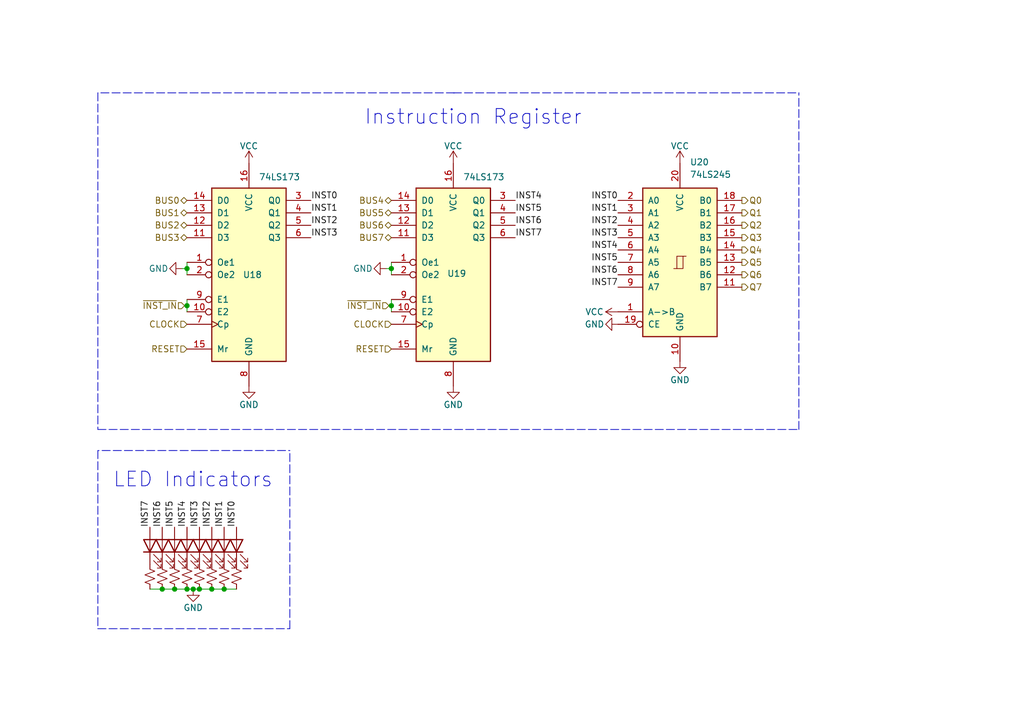
<source format=kicad_sch>
(kicad_sch (version 20211123) (generator eeschema)
  (paper "A5")
  (lib_symbols
    (symbol "74xx:74LS173" (pin_names (offset 1.016))
      (property "Reference" "U" (at -7.62 19.05 0))
      (property "Value" "74LS173" (at -7.62 -19.05 0))
      (symbol "74LS173_1_0"
        (pin input inverted (at -12.7 2.54 0) (length 5.08) (name "Oe1") (number "1"))
        (pin input inverted (at -12.7 -7.62 0) (length 5.08) (name "E2") (number "10"))
        (pin input line (at -12.7 7.62 0) (length 5.08) (name "D3") (number "11"))
        (pin input line (at -12.7 10.16 0) (length 5.08) (name "D2") (number "12"))
        (pin input line (at -12.7 12.7 0) (length 5.08) (name "D1") (number "13"))
        (pin input line (at -12.7 15.24 0) (length 5.08) (name "D0") (number "14"))
        (pin input line (at -12.7 -15.24 0) (length 5.08) (name "Mr") (number "15"))
        (pin power_in line (at 0 22.86 270) (length 5.08) (name "VCC") (number "16"))
        (pin input inverted (at -12.7 0 0) (length 5.08) (name "Oe2") (number "2"))
        (pin tri_state line (at 12.7 15.24 180) (length 5.08) (name "Q0") (number "3"))
        (pin tri_state line (at 12.7 12.7 180) (length 5.08) (name "Q1") (number "4"))
        (pin tri_state line (at 12.7 10.16 180) (length 5.08) (name "Q2") (number "5"))
        (pin tri_state line (at 12.7 7.62 180) (length 5.08) (name "Q3") (number "6"))
        (pin input clock (at -12.7 -10.16 0) (length 5.08) (name "Cp") (number "7"))
        (pin power_in line (at 0 -22.86 90) (length 5.08) (name "GND") (number "8"))
        (pin input inverted (at -12.7 -5.08 0) (length 5.08) (name "E1") (number "9"))
      )
      (symbol "74LS173_1_1"
        (rectangle (start -7.62 17.78) (end 7.62 -17.78) (stroke (width 0.254)) (fill (type background)))
      )
    )
    (symbol "74xx:74LS245" (pin_names (offset 1.016))
      (property "Reference" "U" (at -7.62 16.51 0))
      (property "Value" "74LS245" (at -7.62 -16.51 0))
      (symbol "74LS245_1_0"
        (polyline (pts (xy -0.635 -1.27) (xy -0.635 1.27) (xy 0.635 1.27)))
        (polyline (pts (xy -1.27 -1.27) (xy 0.635 -1.27) (xy 0.635 1.27) (xy 1.27 1.27)))
        (pin input line (at -12.7 -10.16 0) (length 5.08) (name "A->B") (number "1"))
        (pin power_in line (at 0 -20.32 90) (length 5.08) (name "GND") (number "10"))
        (pin tri_state line (at 12.7 -5.08 180) (length 5.08) (name "B7") (number "11"))
        (pin tri_state line (at 12.7 -2.54 180) (length 5.08) (name "B6") (number "12"))
        (pin tri_state line (at 12.7 0 180) (length 5.08) (name "B5") (number "13"))
        (pin tri_state line (at 12.7 2.54 180) (length 5.08) (name "B4") (number "14"))
        (pin tri_state line (at 12.7 5.08 180) (length 5.08) (name "B3") (number "15"))
        (pin tri_state line (at 12.7 7.62 180) (length 5.08) (name "B2") (number "16"))
        (pin tri_state line (at 12.7 10.16 180) (length 5.08) (name "B1") (number "17"))
        (pin tri_state line (at 12.7 12.7 180) (length 5.08) (name "B0") (number "18"))
        (pin input inverted (at -12.7 -12.7 0) (length 5.08) (name "CE") (number "19"))
        (pin tri_state line (at -12.7 12.7 0) (length 5.08) (name "A0") (number "2"))
        (pin power_in line (at 0 20.32 270) (length 5.08) (name "VCC") (number "20"))
        (pin tri_state line (at -12.7 10.16 0) (length 5.08) (name "A1") (number "3"))
        (pin tri_state line (at -12.7 7.62 0) (length 5.08) (name "A2") (number "4"))
        (pin tri_state line (at -12.7 5.08 0) (length 5.08) (name "A3") (number "5"))
        (pin tri_state line (at -12.7 2.54 0) (length 5.08) (name "A4") (number "6"))
        (pin tri_state line (at -12.7 0 0) (length 5.08) (name "A5") (number "7"))
        (pin tri_state line (at -12.7 -2.54 0) (length 5.08) (name "A6") (number "8"))
        (pin tri_state line (at -12.7 -5.08 0) (length 5.08) (name "A7") (number "9"))
      )
      (symbol "74LS245_1_1"
        (rectangle (start -7.62 15.24) (end 7.62 -15.24) (stroke (width 0.254)) (fill (type background)))
      )
    )
    (symbol "Device:LED" (pin_numbers hide) (pin_names (offset 1.016) hide)
      (property "Reference" "D" (at 0 2.54 0))
      (property "Value" "LED" (at 0 -2.54 0))
      (symbol "LED_0_1"
        (polyline (pts (xy -1.27 -1.27) (xy -1.27 1.27)) (stroke (width 0.254)))
        (polyline (pts (xy -1.27 0) (xy 1.27 0)))
        (polyline (pts (xy 1.27 -1.27) (xy 1.27 1.27) (xy -1.27 0) (xy 1.27 -1.27)) (stroke (width 0.254)))
        (polyline (pts (xy -3.048 -0.762) (xy -4.572 -2.286) (xy -3.81 -2.286) (xy -4.572 -2.286) (xy -4.572 -1.524)))
        (polyline (pts (xy -1.778 -0.762) (xy -3.302 -2.286) (xy -2.54 -2.286) (xy -3.302 -2.286) (xy -3.302 -1.524)))
      )
      (symbol "LED_1_1"
        (pin passive line (at -3.81 0 0) (length 2.54) (name "K") (number "1"))
        (pin passive line (at 3.81 0 180) (length 2.54) (name "A") (number "2"))
      )
    )
    (symbol "Device:R_Small_US" (pin_numbers hide) (pin_names (offset 0.254) hide)
      (property "Reference" "R" (at 0.762 0.508 0))
      (property "Value" "R_Small_US" (at 0.762 -1.016 0))
      (symbol "R_Small_US_1_1"
        (polyline (pts (xy 0 0) (xy 1.016 -0.381) (xy 0 -0.762) (xy -1.016 -1.143) (xy 0 -1.524)))
        (polyline (pts (xy 0 1.524) (xy 1.016 1.143) (xy 0 0.762) (xy -1.016 0.381) (xy 0 0)))
        (pin passive line (at 0 2.54 270) (length 1.016) (name "~") (number "1"))
        (pin passive line (at 0 -2.54 90) (length 1.016) (name "~") (number "2"))
      )
    )
    (symbol "power:GND" (power) (pin_names (offset 0))
      (property "Value" "GND" (at 0 -3.81 0))
      (symbol "GND_0_1"
        (polyline (pts (xy 0 0) (xy 0 -1.27) (xy 1.27 -1.27) (xy 0 -2.54) (xy -1.27 -1.27) (xy 0 -1.27)))
      )
      (symbol "GND_1_1"
        (pin power_in line (at 0 0 270) (length 0) hide (name "GND") (number "1"))
      )
    )
    (symbol "power:VCC" (power) (pin_names (offset 0))
      (property "Value" "VCC" (at 0 3.81 0))
      (symbol "VCC_0_1"
        (polyline (pts (xy -0.762 1.27) (xy 0 2.54)))
        (polyline (pts (xy 0 0) (xy 0 2.54)))
        (polyline (pts (xy 0 2.54) (xy 0.762 1.27)))
      )
      (symbol "VCC_1_1"
        (pin power_in line (at 0 0 90) (length 0) hide (name "VCC") (number "1"))
      )
    )
  )
  (junction (at 43.434 120.904))
  (junction (at 35.814 120.904))
  (junction (at 45.974 120.904))
  (junction (at 38.354 55.118))
  (junction (at 39.624 120.904))
  (junction (at 38.354 62.738))
  (junction (at 33.274 120.904))
  (junction (at 40.894 120.904))
  (junction (at 38.354 120.904))
  (junction (at 80.264 55.118))
  (junction (at 80.264 62.738))
  (polyline (pts (xy 59.436 129.032) (xy 59.436 92.456)))
  (wire (pts (xy 35.814 120.904) (xy 38.354 120.904)))
  (wire (pts (xy 38.354 55.118) (xy 38.354 56.388)))
  (wire (pts (xy 80.264 61.468) (xy 80.264 62.738)))
  (wire (pts (xy 79.756 62.738) (xy 80.264 62.738)))
  (wire (pts (xy 38.354 62.738) (xy 38.354 64.008)))
  (wire (pts (xy 80.264 53.848) (xy 80.264 55.118)))
  (wire (pts (xy 30.734 120.904) (xy 33.274 120.904)))
  (wire (pts (xy 79.248 55.118) (xy 80.264 55.118)))
  (polyline (pts (xy 93.218 19.05) (xy 20.066 19.05)))
  (polyline (pts (xy 20.066 92.456) (xy 20.066 129.032)))
  (polyline (pts (xy 20.066 19.05) (xy 20.066 88.138)))
  (wire (pts (xy 80.264 62.738) (xy 80.264 64.008)))
  (polyline (pts (xy 40.894 92.456) (xy 59.436 92.456)))
  (wire (pts (xy 39.624 120.904) (xy 40.894 120.904)))
  (wire (pts (xy 45.974 120.904) (xy 48.514 120.904)))
  (wire (pts (xy 37.338 55.118) (xy 38.354 55.118)))
  (polyline (pts (xy 20.066 129.032) (xy 59.436 129.032)))
  (wire (pts (xy 33.274 120.904) (xy 35.814 120.904)))
  (wire (pts (xy 40.894 120.904) (xy 43.434 120.904)))
  (polyline (pts (xy 20.066 88.138) (xy 163.83 88.138)))
  (wire (pts (xy 38.354 61.468) (xy 38.354 62.738)))
  (wire (pts (xy 43.434 120.904) (xy 45.974 120.904)))
  (wire (pts (xy 37.846 62.738) (xy 38.354 62.738)))
  (polyline (pts (xy 40.894 92.456) (xy 20.066 92.456)))
  (polyline (pts (xy 163.83 88.138) (xy 163.83 19.05)))
  (wire (pts (xy 38.354 53.848) (xy 38.354 55.118)))
  (wire (pts (xy 38.354 120.904) (xy 39.624 120.904)))
  (wire (pts (xy 80.264 55.118) (xy 80.264 56.388)))
  (polyline (pts (xy 92.964 19.05) (xy 163.83 19.05)))
  (text "LED Indicators" (at 23.114 100.33 0) (effects (font (size 3 3)) (justify left bottom)))
  (text "Instruction Register" (at 74.676 25.908 0) (effects (font (size 3 3)) (justify left bottom)))
  (label "INST6" (at 105.664 46.228 0))
  (label "INST7" (at 30.734 108.204 90))
  (label "INST1" (at 45.974 108.204 90))
  (label "INST4" (at 126.746 51.308 180))
  (label "INST1" (at 126.746 43.688 180))
  (label "INST0" (at 126.746 41.148 180))
  (label "INST1" (at 63.754 43.688 0))
  (label "INST4" (at 105.664 41.148 0))
  (label "INST7" (at 105.664 48.768 0))
  (label "INST2" (at 63.754 46.228 0))
  (label "INST5" (at 126.746 53.848 180))
  (label "INST2" (at 43.434 108.204 90))
  (label "INST6" (at 33.274 108.204 90))
  (label "INST5" (at 35.814 108.204 90))
  (label "INST4" (at 38.354 108.204 90))
  (label "INST7" (at 126.746 58.928 180))
  (label "INST0" (at 63.754 41.148 0))
  (label "INST3" (at 63.754 48.768 0))
  (label "INST2" (at 126.746 46.228 180))
  (label "INST0" (at 48.514 108.204 90))
  (label "INST5" (at 105.664 43.688 0))
  (label "INST6" (at 126.746 56.388 180))
  (label "INST3" (at 40.894 108.204 90))
  (label "INST3" (at 126.746 48.768 180))
  (hierarchical_label "~{INST_IN}" (shape input) (at 37.846 62.738 180))
  (hierarchical_label "CLOCK" (shape input) (at 38.354 66.548 180))
  (hierarchical_label "BUS1" (shape tri_state) (at 38.354 43.688 180))
  (hierarchical_label "BUS4" (shape tri_state) (at 80.264 41.148 180))
  (hierarchical_label "CLOCK" (shape input) (at 80.264 66.548 180))
  (hierarchical_label "BUS3" (shape tri_state) (at 38.354 48.768 180))
  (hierarchical_label "BUS5" (shape tri_state) (at 80.264 43.688 180))
  (hierarchical_label "BUS6" (shape tri_state) (at 80.264 46.228 180))
  (hierarchical_label "Q6" (shape output) (at 152.146 56.388 0))
  (hierarchical_label "Q0" (shape output) (at 152.146 41.148 0))
  (hierarchical_label "BUS0" (shape tri_state) (at 38.354 41.148 180))
  (hierarchical_label "Q1" (shape output) (at 152.146 43.688 0))
  (hierarchical_label "Q4" (shape output) (at 152.146 51.308 0))
  (hierarchical_label "Q7" (shape output) (at 152.146 58.928 0))
  (hierarchical_label "BUS7" (shape tri_state) (at 80.264 48.768 180))
  (hierarchical_label "BUS2" (shape tri_state) (at 38.354 46.228 180))
  (hierarchical_label "RESET" (shape input) (at 80.264 71.628 180))
  (hierarchical_label "Q2" (shape output) (at 152.146 46.228 0))
  (hierarchical_label "~{INST_IN}" (shape input) (at 79.756 62.738 180))
  (hierarchical_label "RESET" (shape input) (at 38.354 71.628 180))
  (hierarchical_label "Q3" (shape output) (at 152.146 48.768 0))
  (hierarchical_label "Q5" (shape output) (at 152.146 53.848 0))
  (symbol (lib_id "Device:R_Small_US") (at 48.514 118.364 0) (unit 1)
    (property "Reference" "R44" (effects hide))
    (property "Value" "R_Small_US" (effects hide))
    (property "Footprint" "Resistor_SMD:R_0805_2012Metric" (effects hide))
  )
  (symbol (lib_id "Device:R_Small_US") (at 38.354 118.364 0) (unit 1)
    (property "Reference" "R40" (effects hide))
    (property "Value" "R_Small_US" (effects hide))
    (property "Footprint" "Resistor_SMD:R_0805_2012Metric" (effects hide))
  )
  (symbol (lib_id "Device:LED") (at 35.814 112.014 90) (unit 1)
    (property "Reference" "D39" (effects hide))
    (property "Value" "LED" (effects hide))
    (property "Footprint" "LED_SMD:LED_0805_2012Metric" (effects hide))
  )
  (symbol (lib_id "Device:R_Small_US") (at 30.734 118.364 0) (unit 1)
    (property "Reference" "R37" (effects hide))
    (property "Value" "R_Small_US" (effects hide))
    (property "Footprint" "Resistor_SMD:R_0805_2012Metric" (effects hide))
  )
  (symbol (lib_id "74xx:74LS173") (at 92.964 56.388 0) (unit 1)
    (property "Reference" "U19" (at 91.694 56.134 0) (effects (justify left)))
    (property "Value" "74LS173" (at 94.9834 36.322 0) (effects (justify left)))
    (property "Footprint" "Package_SO:TSSOP-16_4.4x5mm_P0.65mm" (effects hide))
    (property "Datasheet" "http://www.ti.com/lit/gpn/sn74LS173" (effects hide))
  )
  (symbol (lib_id "Device:LED") (at 48.514 112.014 90) (unit 1)
    (property "Reference" "D44" (effects hide))
    (property "Value" "LED" (effects hide))
    (property "Footprint" "LED_SMD:LED_0805_2012Metric" (effects hide))
  )
  (symbol (lib_id "power:GND") (at 37.338 55.118 270) (unit 1)
    (property "Reference" "#PWR066" (effects hide))
    (property "Value" "GND" (at 32.512 55.118 90))
  )
  (symbol (lib_id "Device:R_Small_US") (at 45.974 118.364 0) (unit 1)
    (property "Reference" "R43" (effects hide))
    (property "Value" "R_Small_US" (effects hide))
    (property "Footprint" "Resistor_SMD:R_0805_2012Metric" (effects hide))
  )
  (symbol (lib_id "power:VCC") (at 51.054 33.528 0) (unit 1)
    (property "Reference" "#PWR068" (effects hide))
    (property "Value" "VCC" (at 51.054 29.972 0))
  )
  (symbol (lib_id "power:GND") (at 51.054 79.248 0) (unit 1)
    (property "Reference" "#PWR069" (effects hide))
    (property "Value" "GND" (at 51.054 83.058 0))
  )
  (symbol (lib_id "Device:LED") (at 38.354 112.014 90) (unit 1)
    (property "Reference" "D40" (effects hide))
    (property "Value" "LED" (effects hide))
    (property "Footprint" "LED_SMD:LED_0805_2012Metric" (effects hide))
  )
  (symbol (lib_id "Device:LED") (at 30.734 112.014 90) (unit 1)
    (property "Reference" "D37" (effects hide))
    (property "Value" "LED" (effects hide))
    (property "Footprint" "LED_SMD:LED_0805_2012Metric" (effects hide))
  )
  (symbol (lib_id "power:GND") (at 92.964 79.248 0) (unit 1)
    (property "Reference" "#PWR072" (effects hide))
    (property "Value" "GND" (at 92.964 83.058 0))
  )
  (symbol (lib_id "power:GND") (at 126.746 66.548 270) (unit 1)
    (property "Reference" "#PWR074" (effects hide))
    (property "Value" "GND" (at 121.92 66.548 90))
  )
  (symbol (lib_id "power:GND") (at 39.624 120.904 0) (unit 1)
    (property "Reference" "#PWR067" (effects hide))
    (property "Value" "GND" (at 39.624 124.714 0))
  )
  (symbol (lib_id "power:GND") (at 139.446 74.168 0) (unit 1)
    (property "Reference" "#PWR076" (effects hide))
    (property "Value" "GND" (at 139.446 77.978 0))
  )
  (symbol (lib_id "power:VCC") (at 126.746 64.008 90) (unit 1)
    (property "Reference" "#PWR073" (effects hide))
    (property "Value" "VCC" (at 121.92 64.008 90))
  )
  (symbol (lib_id "Device:LED") (at 45.974 112.014 90) (unit 1)
    (property "Reference" "D43" (effects hide))
    (property "Value" "LED" (effects hide))
    (property "Footprint" "LED_SMD:LED_0805_2012Metric" (effects hide))
  )
  (symbol (lib_id "power:GND") (at 79.248 55.118 270) (unit 1)
    (property "Reference" "#PWR070" (effects hide))
    (property "Value" "GND" (at 74.422 55.118 90))
  )
  (symbol (lib_id "74xx:74LS245") (at 139.446 53.848 0) (unit 1)
    (property "Reference" "U20" (at 141.4654 33.274 0) (effects (justify left)))
    (property "Value" "74LS245" (at 141.4654 35.814 0) (effects (justify left)))
    (property "Footprint" "Package_SO:TSSOP-20_4.4x6.5mm_P0.65mm" (effects hide))
    (property "Datasheet" "http://www.ti.com/lit/gpn/sn74LS245" (effects hide))
  )
  (symbol (lib_id "power:VCC") (at 92.964 33.528 0) (unit 1)
    (property "Reference" "#PWR071" (effects hide))
    (property "Value" "VCC" (at 92.964 29.972 0))
  )
  (symbol (lib_id "74xx:74LS173") (at 51.054 56.388 0) (unit 1)
    (property "Reference" "U18" (at 49.784 56.388 0) (effects (justify left)))
    (property "Value" "74LS173" (at 53.0734 36.322 0) (effects (justify left)))
    (property "Footprint" "Package_SO:TSSOP-16_4.4x5mm_P0.65mm" (effects hide))
    (property "Datasheet" "http://www.ti.com/lit/gpn/sn74LS173" (effects hide))
  )
  (symbol (lib_id "Device:LED") (at 33.274 112.014 90) (unit 1)
    (property "Reference" "D38" (effects hide))
    (property "Value" "LED" (effects hide))
    (property "Footprint" "LED_SMD:LED_0805_2012Metric" (effects hide))
  )
  (symbol (lib_id "Device:LED") (at 40.894 112.014 90) (unit 1)
    (property "Reference" "D41" (effects hide))
    (property "Value" "LED" (effects hide))
    (property "Footprint" "LED_SMD:LED_0805_2012Metric" (effects hide))
  )
  (symbol (lib_id "power:VCC") (at 139.446 33.528 0) (unit 1)
    (property "Reference" "#PWR075" (effects hide))
    (property "Value" "VCC" (at 139.446 29.972 0))
  )
  (symbol (lib_id "Device:LED") (at 43.434 112.014 90) (unit 1)
    (property "Reference" "D42" (effects hide))
    (property "Value" "LED" (effects hide))
    (property "Footprint" "LED_SMD:LED_0805_2012Metric" (effects hide))
  )
  (symbol (lib_id "Device:R_Small_US") (at 43.434 118.364 0) (unit 1)
    (property "Reference" "R42" (effects hide))
    (property "Value" "R_Small_US" (effects hide))
    (property "Footprint" "Resistor_SMD:R_0805_2012Metric" (effects hide))
  )
  (symbol (lib_id "Device:R_Small_US") (at 35.814 118.364 0) (unit 1)
    (property "Reference" "R39" (effects hide))
    (property "Value" "R_Small_US" (effects hide))
    (property "Footprint" "Resistor_SMD:R_0805_2012Metric" (effects hide))
  )
  (symbol (lib_id "Device:R_Small_US") (at 33.274 118.364 0) (unit 1)
    (property "Reference" "R38" (effects hide))
    (property "Value" "R_Small_US" (effects hide))
    (property "Footprint" "Resistor_SMD:R_0805_2012Metric" (effects hide))
  )
  (symbol (lib_id "Device:R_Small_US") (at 40.894 118.364 0) (unit 1)
    (property "Reference" "R41" (effects hide))
    (property "Value" "R_Small_US" (effects hide))
    (property "Footprint" "Resistor_SMD:R_0805_2012Metric" (effects hide))
  )
)
</source>
